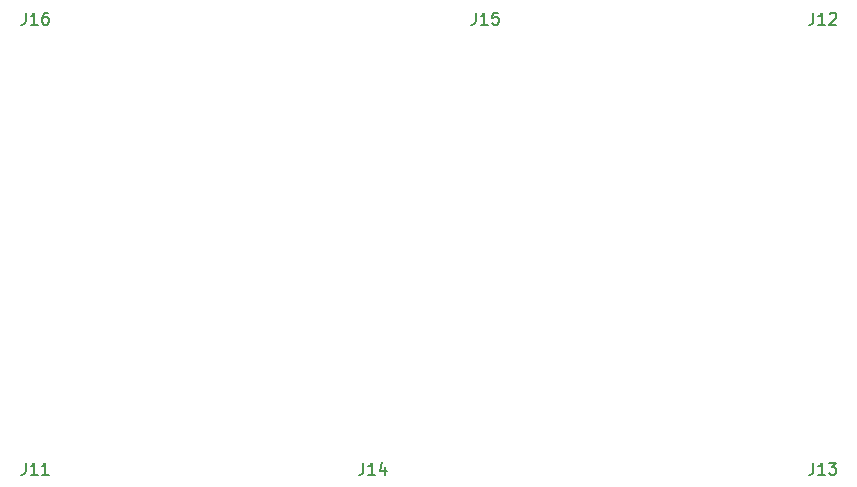
<source format=gbr>
G04 #@! TF.GenerationSoftware,KiCad,Pcbnew,(5.0.0)*
G04 #@! TF.CreationDate,2018-10-05T18:25:32-06:00*
G04 #@! TF.ProjectId,4x4_backpack,3478345F6261636B7061636B2E6B6963,rev?*
G04 #@! TF.SameCoordinates,Original*
G04 #@! TF.FileFunction,Legend,Top*
G04 #@! TF.FilePolarity,Positive*
%FSLAX46Y46*%
G04 Gerber Fmt 4.6, Leading zero omitted, Abs format (unit mm)*
G04 Created by KiCad (PCBNEW (5.0.0)) date 10/05/18 18:25:32*
%MOMM*%
%LPD*%
G01*
G04 APERTURE LIST*
%ADD10C,0.150000*%
G04 APERTURE END LIST*
G04 #@! TO.C,J11*
D10*
X80216476Y-129079380D02*
X80216476Y-129793666D01*
X80168857Y-129936523D01*
X80073619Y-130031761D01*
X79930761Y-130079380D01*
X79835523Y-130079380D01*
X81216476Y-130079380D02*
X80645047Y-130079380D01*
X80930761Y-130079380D02*
X80930761Y-129079380D01*
X80835523Y-129222238D01*
X80740285Y-129317476D01*
X80645047Y-129365095D01*
X82168857Y-130079380D02*
X81597428Y-130079380D01*
X81883142Y-130079380D02*
X81883142Y-129079380D01*
X81787904Y-129222238D01*
X81692666Y-129317476D01*
X81597428Y-129365095D01*
G04 #@! TO.C,J14*
X108791476Y-129079380D02*
X108791476Y-129793666D01*
X108743857Y-129936523D01*
X108648619Y-130031761D01*
X108505761Y-130079380D01*
X108410523Y-130079380D01*
X109791476Y-130079380D02*
X109220047Y-130079380D01*
X109505761Y-130079380D02*
X109505761Y-129079380D01*
X109410523Y-129222238D01*
X109315285Y-129317476D01*
X109220047Y-129365095D01*
X110648619Y-129412714D02*
X110648619Y-130079380D01*
X110410523Y-129031761D02*
X110172428Y-129746047D01*
X110791476Y-129746047D01*
G04 #@! TO.C,J13*
X146891476Y-129079380D02*
X146891476Y-129793666D01*
X146843857Y-129936523D01*
X146748619Y-130031761D01*
X146605761Y-130079380D01*
X146510523Y-130079380D01*
X147891476Y-130079380D02*
X147320047Y-130079380D01*
X147605761Y-130079380D02*
X147605761Y-129079380D01*
X147510523Y-129222238D01*
X147415285Y-129317476D01*
X147320047Y-129365095D01*
X148224809Y-129079380D02*
X148843857Y-129079380D01*
X148510523Y-129460333D01*
X148653380Y-129460333D01*
X148748619Y-129507952D01*
X148796238Y-129555571D01*
X148843857Y-129650809D01*
X148843857Y-129888904D01*
X148796238Y-129984142D01*
X148748619Y-130031761D01*
X148653380Y-130079380D01*
X148367666Y-130079380D01*
X148272428Y-130031761D01*
X148224809Y-129984142D01*
G04 #@! TO.C,J12*
X146891476Y-90979380D02*
X146891476Y-91693666D01*
X146843857Y-91836523D01*
X146748619Y-91931761D01*
X146605761Y-91979380D01*
X146510523Y-91979380D01*
X147891476Y-91979380D02*
X147320047Y-91979380D01*
X147605761Y-91979380D02*
X147605761Y-90979380D01*
X147510523Y-91122238D01*
X147415285Y-91217476D01*
X147320047Y-91265095D01*
X148272428Y-91074619D02*
X148320047Y-91027000D01*
X148415285Y-90979380D01*
X148653380Y-90979380D01*
X148748619Y-91027000D01*
X148796238Y-91074619D01*
X148843857Y-91169857D01*
X148843857Y-91265095D01*
X148796238Y-91407952D01*
X148224809Y-91979380D01*
X148843857Y-91979380D01*
G04 #@! TO.C,J15*
X118316476Y-90979380D02*
X118316476Y-91693666D01*
X118268857Y-91836523D01*
X118173619Y-91931761D01*
X118030761Y-91979380D01*
X117935523Y-91979380D01*
X119316476Y-91979380D02*
X118745047Y-91979380D01*
X119030761Y-91979380D02*
X119030761Y-90979380D01*
X118935523Y-91122238D01*
X118840285Y-91217476D01*
X118745047Y-91265095D01*
X120221238Y-90979380D02*
X119745047Y-90979380D01*
X119697428Y-91455571D01*
X119745047Y-91407952D01*
X119840285Y-91360333D01*
X120078380Y-91360333D01*
X120173619Y-91407952D01*
X120221238Y-91455571D01*
X120268857Y-91550809D01*
X120268857Y-91788904D01*
X120221238Y-91884142D01*
X120173619Y-91931761D01*
X120078380Y-91979380D01*
X119840285Y-91979380D01*
X119745047Y-91931761D01*
X119697428Y-91884142D01*
G04 #@! TO.C,J16*
X80216476Y-90979380D02*
X80216476Y-91693666D01*
X80168857Y-91836523D01*
X80073619Y-91931761D01*
X79930761Y-91979380D01*
X79835523Y-91979380D01*
X81216476Y-91979380D02*
X80645047Y-91979380D01*
X80930761Y-91979380D02*
X80930761Y-90979380D01*
X80835523Y-91122238D01*
X80740285Y-91217476D01*
X80645047Y-91265095D01*
X82073619Y-90979380D02*
X81883142Y-90979380D01*
X81787904Y-91027000D01*
X81740285Y-91074619D01*
X81645047Y-91217476D01*
X81597428Y-91407952D01*
X81597428Y-91788904D01*
X81645047Y-91884142D01*
X81692666Y-91931761D01*
X81787904Y-91979380D01*
X81978380Y-91979380D01*
X82073619Y-91931761D01*
X82121238Y-91884142D01*
X82168857Y-91788904D01*
X82168857Y-91550809D01*
X82121238Y-91455571D01*
X82073619Y-91407952D01*
X81978380Y-91360333D01*
X81787904Y-91360333D01*
X81692666Y-91407952D01*
X81645047Y-91455571D01*
X81597428Y-91550809D01*
G04 #@! TD*
M02*

</source>
